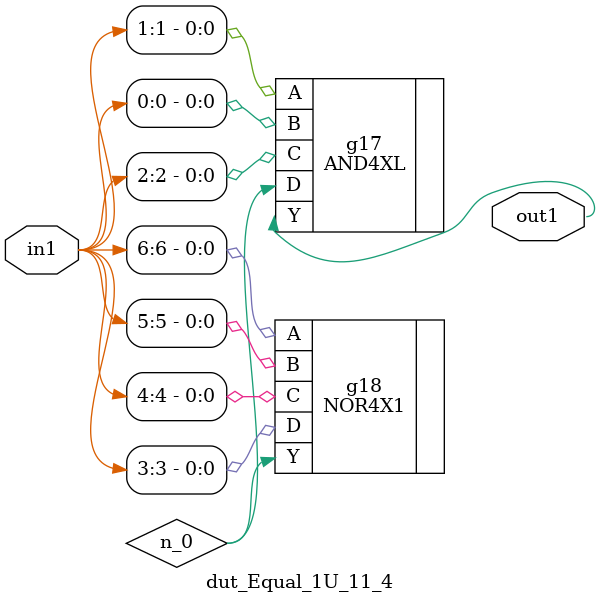
<source format=v>
`timescale 1ps / 1ps


module dut_Equal_1U_11_4(in1, out1);
  input [6:0] in1;
  output out1;
  wire [6:0] in1;
  wire out1;
  wire n_0;
  AND4XL g17(.A (in1[1]), .B (in1[0]), .C (in1[2]), .D (n_0), .Y
       (out1));
  NOR4X1 g18(.A (in1[6]), .B (in1[5]), .C (in1[4]), .D (in1[3]), .Y
       (n_0));
endmodule



</source>
